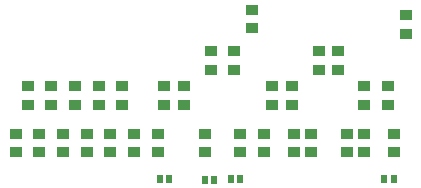
<source format=gbp>
G04 #@! TF.GenerationSoftware,KiCad,Pcbnew,(5.0.0-rc2-dev-707-g2ed24a4)*
G04 #@! TF.CreationDate,2018-05-18T15:55:42+01:00*
G04 #@! TF.ProjectId,pcie-probing-riser,706369652D70726F62696E672D726973,rev?*
G04 #@! TF.SameCoordinates,Original*
G04 #@! TF.FileFunction,Paste,Bot*
G04 #@! TF.FilePolarity,Positive*
%FSLAX46Y46*%
G04 Gerber Fmt 4.6, Leading zero omitted, Abs format (unit mm)*
G04 Created by KiCad (PCBNEW (5.0.0-rc2-dev-707-g2ed24a4)) date Friday, 18 May 2018 at 15:55:42*
%MOMM*%
%LPD*%
G01*
G04 APERTURE LIST*
%ADD10R,1.000000X0.820000*%
%ADD11R,0.575000X0.650000*%
G04 APERTURE END LIST*
D10*
X0Y8200000D03*
X0Y9800000D03*
X1000000Y12200000D03*
X1000000Y13800000D03*
X1950000Y8200000D03*
X1950000Y9800000D03*
X3000000Y12200000D03*
X3000000Y13800000D03*
X4000000Y8200000D03*
X4000000Y9800000D03*
X5000000Y12200000D03*
X5000000Y13800000D03*
X6000000Y8200000D03*
X6000000Y9800000D03*
X7000000Y12200000D03*
X7000000Y13800000D03*
X8000000Y8200000D03*
X8000000Y9800000D03*
X9000000Y12200000D03*
X9000000Y13800000D03*
X10000000Y8200000D03*
X10000000Y9800000D03*
X12000000Y8200000D03*
X12000000Y9800000D03*
X12500000Y12200000D03*
X12500000Y13800000D03*
X14250000Y12200000D03*
X14250000Y13800000D03*
X16000000Y8200000D03*
X16000000Y9800000D03*
X16500000Y15200000D03*
X16500000Y16800000D03*
X18500000Y15200000D03*
X18500000Y16800000D03*
X19000000Y8200000D03*
X19000000Y9800000D03*
X20000000Y18700000D03*
X20000000Y20300000D03*
X21000000Y8200000D03*
X21000000Y9800000D03*
X21717000Y12200000D03*
X21717000Y13800000D03*
X23368000Y12192000D03*
X23368000Y13792000D03*
X23500000Y8200000D03*
X23500000Y9800000D03*
X25000000Y8200000D03*
X25000000Y9800000D03*
X25654000Y15200000D03*
X25654000Y16800000D03*
X27305000Y15200000D03*
X27305000Y16800000D03*
X28000000Y8200000D03*
X28000000Y9800000D03*
X29500000Y8200000D03*
X29500000Y9800000D03*
X29500000Y12200000D03*
X29500000Y13800000D03*
X31500000Y12200000D03*
X31500000Y13800000D03*
X32000000Y8200000D03*
X32000000Y9800000D03*
X33000000Y18200000D03*
X33000000Y19800000D03*
D11*
X12935100Y5943600D03*
X12160100Y5943600D03*
X16745100Y5892800D03*
X15970100Y5892800D03*
X18980300Y5943600D03*
X18205300Y5943600D03*
X31966200Y5943600D03*
X31191200Y5943600D03*
M02*

</source>
